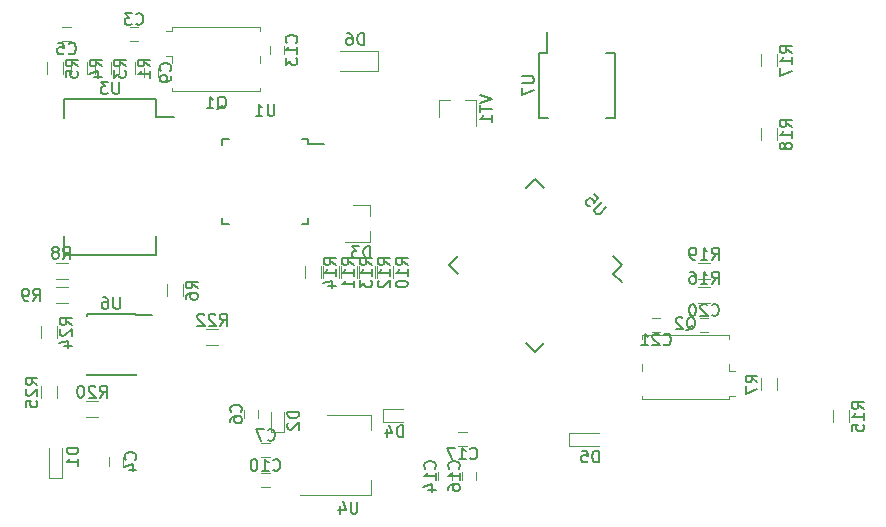
<source format=gbr>
G04 #@! TF.FileFunction,Legend,Bot*
%FSLAX46Y46*%
G04 Gerber Fmt 4.6, Leading zero omitted, Abs format (unit mm)*
G04 Created by KiCad (PCBNEW 4.0.7-e2-6376~58~ubuntu16.04.1) date Sat Oct 21 11:32:06 2017*
%MOMM*%
%LPD*%
G01*
G04 APERTURE LIST*
%ADD10C,0.100000*%
%ADD11C,0.150000*%
%ADD12C,0.120000*%
G04 APERTURE END LIST*
D10*
D11*
X161242555Y-101092000D02*
X160535448Y-101799107D01*
X153924000Y-93773445D02*
X153163860Y-94533585D01*
X146605445Y-101092000D02*
X147365585Y-100331860D01*
X153924000Y-108410555D02*
X154684140Y-107650415D01*
X161242555Y-101092000D02*
X160482415Y-100331860D01*
X153924000Y-108410555D02*
X153163860Y-107650415D01*
X146605445Y-101092000D02*
X147365585Y-101852140D01*
X153924000Y-93773445D02*
X154684140Y-94533585D01*
X160535448Y-101799107D02*
X161260233Y-102523891D01*
D12*
X140012000Y-113742000D02*
X140012000Y-115002000D01*
X140012000Y-120562000D02*
X140012000Y-119302000D01*
X136252000Y-113742000D02*
X140012000Y-113742000D01*
X134002000Y-120562000D02*
X140012000Y-120562000D01*
X120304000Y-80934000D02*
X119604000Y-80934000D01*
X119604000Y-82134000D02*
X120304000Y-82134000D01*
X119058000Y-118052000D02*
X119058000Y-117352000D01*
X117858000Y-117352000D02*
X117858000Y-118052000D01*
X113889000Y-82134000D02*
X114589000Y-82134000D01*
X114589000Y-80934000D02*
X113889000Y-80934000D01*
X129272000Y-113312000D02*
X129272000Y-114012000D01*
X130472000Y-114012000D02*
X130472000Y-113312000D01*
X131442000Y-116152000D02*
X130742000Y-116152000D01*
X130742000Y-117352000D02*
X131442000Y-117352000D01*
X131442000Y-118692000D02*
X130742000Y-118692000D01*
X130742000Y-119892000D02*
X131442000Y-119892000D01*
X145704000Y-118588000D02*
X145704000Y-119288000D01*
X146904000Y-119288000D02*
X146904000Y-118588000D01*
X147736000Y-118588000D02*
X147736000Y-119288000D01*
X148936000Y-119288000D02*
X148936000Y-118588000D01*
X147412000Y-116424000D02*
X148112000Y-116424000D01*
X148112000Y-115224000D02*
X147412000Y-115224000D01*
X168564000Y-105572000D02*
X167864000Y-105572000D01*
X167864000Y-106772000D02*
X168564000Y-106772000D01*
X163800000Y-106772000D02*
X164500000Y-106772000D01*
X164500000Y-105572000D02*
X163800000Y-105572000D01*
X113834000Y-119064000D02*
X112734000Y-119064000D01*
X113834000Y-119064000D02*
X113834000Y-116564000D01*
X112734000Y-119064000D02*
X112734000Y-116564000D01*
X131530000Y-115212000D02*
X131530000Y-113512000D01*
X132630000Y-115212000D02*
X131530000Y-115212000D01*
X132630000Y-113512000D02*
X132630000Y-115212000D01*
X139968000Y-95956000D02*
X139968000Y-96886000D01*
X139968000Y-99116000D02*
X139968000Y-98186000D01*
X139968000Y-99116000D02*
X137808000Y-99116000D01*
X139968000Y-95956000D02*
X138508000Y-95956000D01*
X141023000Y-113242000D02*
X142723000Y-113242000D01*
X141023000Y-114342000D02*
X141023000Y-113242000D01*
X142723000Y-114342000D02*
X141023000Y-114342000D01*
X156780000Y-116374000D02*
X156780000Y-115274000D01*
X156780000Y-116374000D02*
X159280000Y-116374000D01*
X156780000Y-115274000D02*
X159280000Y-115274000D01*
X140584000Y-82970000D02*
X140584000Y-84670000D01*
X140584000Y-84670000D02*
X137434000Y-84670000D01*
X140584000Y-82970000D02*
X137434000Y-82970000D01*
X118700000Y-83912000D02*
X118700000Y-84912000D01*
X120060000Y-84912000D02*
X120060000Y-83912000D01*
X116668000Y-83912000D02*
X116668000Y-84912000D01*
X118028000Y-84912000D02*
X118028000Y-83912000D01*
X114636000Y-83912000D02*
X114636000Y-84912000D01*
X115996000Y-84912000D02*
X115996000Y-83912000D01*
X112604000Y-83912000D02*
X112604000Y-84912000D01*
X113964000Y-84912000D02*
X113964000Y-83912000D01*
X122764000Y-102708000D02*
X122764000Y-103708000D01*
X124124000Y-103708000D02*
X124124000Y-102708000D01*
X174416000Y-111668000D02*
X174416000Y-110668000D01*
X173056000Y-110668000D02*
X173056000Y-111668000D01*
X113376000Y-104312000D02*
X114376000Y-104312000D01*
X114376000Y-102952000D02*
X113376000Y-102952000D01*
X114376000Y-100920000D02*
X113376000Y-100920000D01*
X113376000Y-102280000D02*
X114376000Y-102280000D01*
X140544000Y-101184000D02*
X140544000Y-102184000D01*
X141904000Y-102184000D02*
X141904000Y-101184000D01*
X135972000Y-101184000D02*
X135972000Y-102184000D01*
X137332000Y-102184000D02*
X137332000Y-101184000D01*
X139020000Y-101184000D02*
X139020000Y-102184000D01*
X140380000Y-102184000D02*
X140380000Y-101184000D01*
X137496000Y-101184000D02*
X137496000Y-102184000D01*
X138856000Y-102184000D02*
X138856000Y-101184000D01*
X134448000Y-101184000D02*
X134448000Y-102184000D01*
X135808000Y-102184000D02*
X135808000Y-101184000D01*
X179152000Y-113376000D02*
X179152000Y-114376000D01*
X180512000Y-114376000D02*
X180512000Y-113376000D01*
X167732000Y-104312000D02*
X168732000Y-104312000D01*
X168732000Y-102952000D02*
X167732000Y-102952000D01*
X173056000Y-83236000D02*
X173056000Y-84236000D01*
X174416000Y-84236000D02*
X174416000Y-83236000D01*
X173056000Y-89500000D02*
X173056000Y-90500000D01*
X174416000Y-90500000D02*
X174416000Y-89500000D01*
X167732000Y-102280000D02*
X168732000Y-102280000D01*
X168732000Y-100920000D02*
X167732000Y-100920000D01*
X115916000Y-113964000D02*
X116916000Y-113964000D01*
X116916000Y-112604000D02*
X115916000Y-112604000D01*
X126076000Y-107868000D02*
X127076000Y-107868000D01*
X127076000Y-106508000D02*
X126076000Y-106508000D01*
X112096000Y-106264000D02*
X112096000Y-107264000D01*
X113456000Y-107264000D02*
X113456000Y-106264000D01*
X113456000Y-112344000D02*
X113456000Y-111344000D01*
X112096000Y-111344000D02*
X112096000Y-112344000D01*
D11*
X121809000Y-87024000D02*
X121809000Y-88549000D01*
X114059000Y-87024000D02*
X114059000Y-88629000D01*
X114059000Y-100174000D02*
X114059000Y-98569000D01*
X121809000Y-100174000D02*
X121809000Y-98569000D01*
X121809000Y-87024000D02*
X114059000Y-87024000D01*
X121809000Y-100174000D02*
X114059000Y-100174000D01*
X121809000Y-88549000D02*
X123334000Y-88549000D01*
X120091000Y-105248000D02*
X120091000Y-105298000D01*
X115941000Y-105248000D02*
X115941000Y-105393000D01*
X115941000Y-110398000D02*
X115941000Y-110253000D01*
X120091000Y-110398000D02*
X120091000Y-110253000D01*
X120091000Y-105248000D02*
X115941000Y-105248000D01*
X120091000Y-110398000D02*
X115941000Y-110398000D01*
X120091000Y-105298000D02*
X121491000Y-105298000D01*
D12*
X145740000Y-87108000D02*
X146670000Y-87108000D01*
X148900000Y-87108000D02*
X147970000Y-87108000D01*
X148900000Y-87108000D02*
X148900000Y-89268000D01*
X145740000Y-87108000D02*
X145740000Y-88568000D01*
X122012000Y-85120000D02*
X122012000Y-84420000D01*
X120812000Y-84420000D02*
X120812000Y-85120000D01*
X132680000Y-83220000D02*
X132680000Y-82520000D01*
X131480000Y-82520000D02*
X131480000Y-83220000D01*
X123202000Y-86046000D02*
X123202000Y-86346000D01*
X123202000Y-86346000D02*
X130602000Y-86346000D01*
X130602000Y-86346000D02*
X130602000Y-86046000D01*
X122702000Y-81246000D02*
X123202000Y-81246000D01*
X123202000Y-81246000D02*
X123202000Y-80946000D01*
X123202000Y-80946000D02*
X130602000Y-80946000D01*
X130602000Y-80946000D02*
X130602000Y-81246000D01*
X122702000Y-83346000D02*
X123202000Y-83346000D01*
X123202000Y-83346000D02*
X123202000Y-83946000D01*
X130602000Y-83946000D02*
X130602000Y-83346000D01*
X170324000Y-107328000D02*
X170324000Y-107028000D01*
X170324000Y-107028000D02*
X162924000Y-107028000D01*
X162924000Y-107028000D02*
X162924000Y-107328000D01*
X170824000Y-112128000D02*
X170324000Y-112128000D01*
X170324000Y-112128000D02*
X170324000Y-112428000D01*
X170324000Y-112428000D02*
X162924000Y-112428000D01*
X162924000Y-112428000D02*
X162924000Y-112128000D01*
X170824000Y-110028000D02*
X170324000Y-110028000D01*
X170324000Y-110028000D02*
X170324000Y-109428000D01*
X162924000Y-109428000D02*
X162924000Y-110028000D01*
D11*
X154275000Y-83102000D02*
X154930000Y-83102000D01*
X154275000Y-88602000D02*
X155025000Y-88602000D01*
X160685000Y-88602000D02*
X159935000Y-88602000D01*
X160685000Y-83102000D02*
X159935000Y-83102000D01*
X154275000Y-83102000D02*
X154275000Y-88602000D01*
X160685000Y-83102000D02*
X160685000Y-88602000D01*
X154930000Y-83102000D02*
X154930000Y-81352000D01*
X134689000Y-90355000D02*
X134689000Y-90805000D01*
X127439000Y-90355000D02*
X127439000Y-90880000D01*
X127439000Y-97605000D02*
X127439000Y-97080000D01*
X134689000Y-97605000D02*
X134689000Y-97080000D01*
X134689000Y-90355000D02*
X134164000Y-90355000D01*
X134689000Y-97605000D02*
X134164000Y-97605000D01*
X127439000Y-97605000D02*
X127964000Y-97605000D01*
X127439000Y-90355000D02*
X127964000Y-90355000D01*
X134689000Y-90805000D02*
X136064000Y-90805000D01*
X159941142Y-96152354D02*
X159368722Y-96724774D01*
X159267707Y-96758446D01*
X159200364Y-96758446D01*
X159099349Y-96724774D01*
X158964661Y-96590086D01*
X158930989Y-96489071D01*
X158930989Y-96421728D01*
X158964661Y-96320713D01*
X159537081Y-95748293D01*
X158863646Y-95074858D02*
X159200364Y-95411576D01*
X158897318Y-95781964D01*
X158897318Y-95714621D01*
X158863647Y-95613606D01*
X158695287Y-95445247D01*
X158594272Y-95411575D01*
X158526929Y-95411575D01*
X158425913Y-95445247D01*
X158257554Y-95613606D01*
X158223883Y-95714621D01*
X158223883Y-95781964D01*
X158257554Y-95882980D01*
X158425914Y-96051339D01*
X158526929Y-96085011D01*
X158594272Y-96085011D01*
X138863905Y-121104381D02*
X138863905Y-121913905D01*
X138816286Y-122009143D01*
X138768667Y-122056762D01*
X138673429Y-122104381D01*
X138482952Y-122104381D01*
X138387714Y-122056762D01*
X138340095Y-122009143D01*
X138292476Y-121913905D01*
X138292476Y-121104381D01*
X137387714Y-121437714D02*
X137387714Y-122104381D01*
X137625810Y-121056762D02*
X137863905Y-121771048D01*
X137244857Y-121771048D01*
X120120666Y-80641143D02*
X120168285Y-80688762D01*
X120311142Y-80736381D01*
X120406380Y-80736381D01*
X120549238Y-80688762D01*
X120644476Y-80593524D01*
X120692095Y-80498286D01*
X120739714Y-80307810D01*
X120739714Y-80164952D01*
X120692095Y-79974476D01*
X120644476Y-79879238D01*
X120549238Y-79784000D01*
X120406380Y-79736381D01*
X120311142Y-79736381D01*
X120168285Y-79784000D01*
X120120666Y-79831619D01*
X119787333Y-79736381D02*
X119168285Y-79736381D01*
X119501619Y-80117333D01*
X119358761Y-80117333D01*
X119263523Y-80164952D01*
X119215904Y-80212571D01*
X119168285Y-80307810D01*
X119168285Y-80545905D01*
X119215904Y-80641143D01*
X119263523Y-80688762D01*
X119358761Y-80736381D01*
X119644476Y-80736381D01*
X119739714Y-80688762D01*
X119787333Y-80641143D01*
X120065143Y-117535334D02*
X120112762Y-117487715D01*
X120160381Y-117344858D01*
X120160381Y-117249620D01*
X120112762Y-117106762D01*
X120017524Y-117011524D01*
X119922286Y-116963905D01*
X119731810Y-116916286D01*
X119588952Y-116916286D01*
X119398476Y-116963905D01*
X119303238Y-117011524D01*
X119208000Y-117106762D01*
X119160381Y-117249620D01*
X119160381Y-117344858D01*
X119208000Y-117487715D01*
X119255619Y-117535334D01*
X119493714Y-118392477D02*
X120160381Y-118392477D01*
X119112762Y-118154381D02*
X119827048Y-117916286D01*
X119827048Y-118535334D01*
X114405666Y-83141143D02*
X114453285Y-83188762D01*
X114596142Y-83236381D01*
X114691380Y-83236381D01*
X114834238Y-83188762D01*
X114929476Y-83093524D01*
X114977095Y-82998286D01*
X115024714Y-82807810D01*
X115024714Y-82664952D01*
X114977095Y-82474476D01*
X114929476Y-82379238D01*
X114834238Y-82284000D01*
X114691380Y-82236381D01*
X114596142Y-82236381D01*
X114453285Y-82284000D01*
X114405666Y-82331619D01*
X113500904Y-82236381D02*
X113977095Y-82236381D01*
X114024714Y-82712571D01*
X113977095Y-82664952D01*
X113881857Y-82617333D01*
X113643761Y-82617333D01*
X113548523Y-82664952D01*
X113500904Y-82712571D01*
X113453285Y-82807810D01*
X113453285Y-83045905D01*
X113500904Y-83141143D01*
X113548523Y-83188762D01*
X113643761Y-83236381D01*
X113881857Y-83236381D01*
X113977095Y-83188762D01*
X114024714Y-83141143D01*
X128979143Y-113495334D02*
X129026762Y-113447715D01*
X129074381Y-113304858D01*
X129074381Y-113209620D01*
X129026762Y-113066762D01*
X128931524Y-112971524D01*
X128836286Y-112923905D01*
X128645810Y-112876286D01*
X128502952Y-112876286D01*
X128312476Y-112923905D01*
X128217238Y-112971524D01*
X128122000Y-113066762D01*
X128074381Y-113209620D01*
X128074381Y-113304858D01*
X128122000Y-113447715D01*
X128169619Y-113495334D01*
X128074381Y-114352477D02*
X128074381Y-114162000D01*
X128122000Y-114066762D01*
X128169619Y-114019143D01*
X128312476Y-113923905D01*
X128502952Y-113876286D01*
X128883905Y-113876286D01*
X128979143Y-113923905D01*
X129026762Y-113971524D01*
X129074381Y-114066762D01*
X129074381Y-114257239D01*
X129026762Y-114352477D01*
X128979143Y-114400096D01*
X128883905Y-114447715D01*
X128645810Y-114447715D01*
X128550571Y-114400096D01*
X128502952Y-114352477D01*
X128455333Y-114257239D01*
X128455333Y-114066762D01*
X128502952Y-113971524D01*
X128550571Y-113923905D01*
X128645810Y-113876286D01*
X131258666Y-115859143D02*
X131306285Y-115906762D01*
X131449142Y-115954381D01*
X131544380Y-115954381D01*
X131687238Y-115906762D01*
X131782476Y-115811524D01*
X131830095Y-115716286D01*
X131877714Y-115525810D01*
X131877714Y-115382952D01*
X131830095Y-115192476D01*
X131782476Y-115097238D01*
X131687238Y-115002000D01*
X131544380Y-114954381D01*
X131449142Y-114954381D01*
X131306285Y-115002000D01*
X131258666Y-115049619D01*
X130925333Y-114954381D02*
X130258666Y-114954381D01*
X130687238Y-115954381D01*
X131734857Y-118399143D02*
X131782476Y-118446762D01*
X131925333Y-118494381D01*
X132020571Y-118494381D01*
X132163429Y-118446762D01*
X132258667Y-118351524D01*
X132306286Y-118256286D01*
X132353905Y-118065810D01*
X132353905Y-117922952D01*
X132306286Y-117732476D01*
X132258667Y-117637238D01*
X132163429Y-117542000D01*
X132020571Y-117494381D01*
X131925333Y-117494381D01*
X131782476Y-117542000D01*
X131734857Y-117589619D01*
X130782476Y-118494381D02*
X131353905Y-118494381D01*
X131068191Y-118494381D02*
X131068191Y-117494381D01*
X131163429Y-117637238D01*
X131258667Y-117732476D01*
X131353905Y-117780095D01*
X130163429Y-117494381D02*
X130068190Y-117494381D01*
X129972952Y-117542000D01*
X129925333Y-117589619D01*
X129877714Y-117684857D01*
X129830095Y-117875333D01*
X129830095Y-118113429D01*
X129877714Y-118303905D01*
X129925333Y-118399143D01*
X129972952Y-118446762D01*
X130068190Y-118494381D01*
X130163429Y-118494381D01*
X130258667Y-118446762D01*
X130306286Y-118399143D01*
X130353905Y-118303905D01*
X130401524Y-118113429D01*
X130401524Y-117875333D01*
X130353905Y-117684857D01*
X130306286Y-117589619D01*
X130258667Y-117542000D01*
X130163429Y-117494381D01*
X145411143Y-118295143D02*
X145458762Y-118247524D01*
X145506381Y-118104667D01*
X145506381Y-118009429D01*
X145458762Y-117866571D01*
X145363524Y-117771333D01*
X145268286Y-117723714D01*
X145077810Y-117676095D01*
X144934952Y-117676095D01*
X144744476Y-117723714D01*
X144649238Y-117771333D01*
X144554000Y-117866571D01*
X144506381Y-118009429D01*
X144506381Y-118104667D01*
X144554000Y-118247524D01*
X144601619Y-118295143D01*
X145506381Y-119247524D02*
X145506381Y-118676095D01*
X145506381Y-118961809D02*
X144506381Y-118961809D01*
X144649238Y-118866571D01*
X144744476Y-118771333D01*
X144792095Y-118676095D01*
X144839714Y-120104667D02*
X145506381Y-120104667D01*
X144458762Y-119866571D02*
X145173048Y-119628476D01*
X145173048Y-120247524D01*
X147443143Y-118295143D02*
X147490762Y-118247524D01*
X147538381Y-118104667D01*
X147538381Y-118009429D01*
X147490762Y-117866571D01*
X147395524Y-117771333D01*
X147300286Y-117723714D01*
X147109810Y-117676095D01*
X146966952Y-117676095D01*
X146776476Y-117723714D01*
X146681238Y-117771333D01*
X146586000Y-117866571D01*
X146538381Y-118009429D01*
X146538381Y-118104667D01*
X146586000Y-118247524D01*
X146633619Y-118295143D01*
X147538381Y-119247524D02*
X147538381Y-118676095D01*
X147538381Y-118961809D02*
X146538381Y-118961809D01*
X146681238Y-118866571D01*
X146776476Y-118771333D01*
X146824095Y-118676095D01*
X146538381Y-120104667D02*
X146538381Y-119914190D01*
X146586000Y-119818952D01*
X146633619Y-119771333D01*
X146776476Y-119676095D01*
X146966952Y-119628476D01*
X147347905Y-119628476D01*
X147443143Y-119676095D01*
X147490762Y-119723714D01*
X147538381Y-119818952D01*
X147538381Y-120009429D01*
X147490762Y-120104667D01*
X147443143Y-120152286D01*
X147347905Y-120199905D01*
X147109810Y-120199905D01*
X147014571Y-120152286D01*
X146966952Y-120104667D01*
X146919333Y-120009429D01*
X146919333Y-119818952D01*
X146966952Y-119723714D01*
X147014571Y-119676095D01*
X147109810Y-119628476D01*
X148404857Y-117431143D02*
X148452476Y-117478762D01*
X148595333Y-117526381D01*
X148690571Y-117526381D01*
X148833429Y-117478762D01*
X148928667Y-117383524D01*
X148976286Y-117288286D01*
X149023905Y-117097810D01*
X149023905Y-116954952D01*
X148976286Y-116764476D01*
X148928667Y-116669238D01*
X148833429Y-116574000D01*
X148690571Y-116526381D01*
X148595333Y-116526381D01*
X148452476Y-116574000D01*
X148404857Y-116621619D01*
X147452476Y-117526381D02*
X148023905Y-117526381D01*
X147738191Y-117526381D02*
X147738191Y-116526381D01*
X147833429Y-116669238D01*
X147928667Y-116764476D01*
X148023905Y-116812095D01*
X147119143Y-116526381D02*
X146452476Y-116526381D01*
X146881048Y-117526381D01*
X168856857Y-105279143D02*
X168904476Y-105326762D01*
X169047333Y-105374381D01*
X169142571Y-105374381D01*
X169285429Y-105326762D01*
X169380667Y-105231524D01*
X169428286Y-105136286D01*
X169475905Y-104945810D01*
X169475905Y-104802952D01*
X169428286Y-104612476D01*
X169380667Y-104517238D01*
X169285429Y-104422000D01*
X169142571Y-104374381D01*
X169047333Y-104374381D01*
X168904476Y-104422000D01*
X168856857Y-104469619D01*
X168475905Y-104469619D02*
X168428286Y-104422000D01*
X168333048Y-104374381D01*
X168094952Y-104374381D01*
X167999714Y-104422000D01*
X167952095Y-104469619D01*
X167904476Y-104564857D01*
X167904476Y-104660095D01*
X167952095Y-104802952D01*
X168523524Y-105374381D01*
X167904476Y-105374381D01*
X167285429Y-104374381D02*
X167190190Y-104374381D01*
X167094952Y-104422000D01*
X167047333Y-104469619D01*
X166999714Y-104564857D01*
X166952095Y-104755333D01*
X166952095Y-104993429D01*
X166999714Y-105183905D01*
X167047333Y-105279143D01*
X167094952Y-105326762D01*
X167190190Y-105374381D01*
X167285429Y-105374381D01*
X167380667Y-105326762D01*
X167428286Y-105279143D01*
X167475905Y-105183905D01*
X167523524Y-104993429D01*
X167523524Y-104755333D01*
X167475905Y-104564857D01*
X167428286Y-104469619D01*
X167380667Y-104422000D01*
X167285429Y-104374381D01*
X164792857Y-107779143D02*
X164840476Y-107826762D01*
X164983333Y-107874381D01*
X165078571Y-107874381D01*
X165221429Y-107826762D01*
X165316667Y-107731524D01*
X165364286Y-107636286D01*
X165411905Y-107445810D01*
X165411905Y-107302952D01*
X165364286Y-107112476D01*
X165316667Y-107017238D01*
X165221429Y-106922000D01*
X165078571Y-106874381D01*
X164983333Y-106874381D01*
X164840476Y-106922000D01*
X164792857Y-106969619D01*
X164411905Y-106969619D02*
X164364286Y-106922000D01*
X164269048Y-106874381D01*
X164030952Y-106874381D01*
X163935714Y-106922000D01*
X163888095Y-106969619D01*
X163840476Y-107064857D01*
X163840476Y-107160095D01*
X163888095Y-107302952D01*
X164459524Y-107874381D01*
X163840476Y-107874381D01*
X162888095Y-107874381D02*
X163459524Y-107874381D01*
X163173810Y-107874381D02*
X163173810Y-106874381D01*
X163269048Y-107017238D01*
X163364286Y-107112476D01*
X163459524Y-107160095D01*
X115236381Y-116525905D02*
X114236381Y-116525905D01*
X114236381Y-116764000D01*
X114284000Y-116906858D01*
X114379238Y-117002096D01*
X114474476Y-117049715D01*
X114664952Y-117097334D01*
X114807810Y-117097334D01*
X114998286Y-117049715D01*
X115093524Y-117002096D01*
X115188762Y-116906858D01*
X115236381Y-116764000D01*
X115236381Y-116525905D01*
X115236381Y-118049715D02*
X115236381Y-117478286D01*
X115236381Y-117764000D02*
X114236381Y-117764000D01*
X114379238Y-117668762D01*
X114474476Y-117573524D01*
X114522095Y-117478286D01*
X133932381Y-113473905D02*
X132932381Y-113473905D01*
X132932381Y-113712000D01*
X132980000Y-113854858D01*
X133075238Y-113950096D01*
X133170476Y-113997715D01*
X133360952Y-114045334D01*
X133503810Y-114045334D01*
X133694286Y-113997715D01*
X133789524Y-113950096D01*
X133884762Y-113854858D01*
X133932381Y-113712000D01*
X133932381Y-113473905D01*
X133027619Y-114426286D02*
X132980000Y-114473905D01*
X132932381Y-114569143D01*
X132932381Y-114807239D01*
X132980000Y-114902477D01*
X133027619Y-114950096D01*
X133122857Y-114997715D01*
X133218095Y-114997715D01*
X133360952Y-114950096D01*
X133932381Y-114378667D01*
X133932381Y-114997715D01*
X139946095Y-100488381D02*
X139946095Y-99488381D01*
X139708000Y-99488381D01*
X139565142Y-99536000D01*
X139469904Y-99631238D01*
X139422285Y-99726476D01*
X139374666Y-99916952D01*
X139374666Y-100059810D01*
X139422285Y-100250286D01*
X139469904Y-100345524D01*
X139565142Y-100440762D01*
X139708000Y-100488381D01*
X139946095Y-100488381D01*
X139041333Y-99488381D02*
X138422285Y-99488381D01*
X138755619Y-99869333D01*
X138612761Y-99869333D01*
X138517523Y-99916952D01*
X138469904Y-99964571D01*
X138422285Y-100059810D01*
X138422285Y-100297905D01*
X138469904Y-100393143D01*
X138517523Y-100440762D01*
X138612761Y-100488381D01*
X138898476Y-100488381D01*
X138993714Y-100440762D01*
X139041333Y-100393143D01*
X142761095Y-115644381D02*
X142761095Y-114644381D01*
X142523000Y-114644381D01*
X142380142Y-114692000D01*
X142284904Y-114787238D01*
X142237285Y-114882476D01*
X142189666Y-115072952D01*
X142189666Y-115215810D01*
X142237285Y-115406286D01*
X142284904Y-115501524D01*
X142380142Y-115596762D01*
X142523000Y-115644381D01*
X142761095Y-115644381D01*
X141332523Y-114977714D02*
X141332523Y-115644381D01*
X141570619Y-114596762D02*
X141808714Y-115311048D01*
X141189666Y-115311048D01*
X159318095Y-117776381D02*
X159318095Y-116776381D01*
X159080000Y-116776381D01*
X158937142Y-116824000D01*
X158841904Y-116919238D01*
X158794285Y-117014476D01*
X158746666Y-117204952D01*
X158746666Y-117347810D01*
X158794285Y-117538286D01*
X158841904Y-117633524D01*
X158937142Y-117728762D01*
X159080000Y-117776381D01*
X159318095Y-117776381D01*
X157841904Y-116776381D02*
X158318095Y-116776381D01*
X158365714Y-117252571D01*
X158318095Y-117204952D01*
X158222857Y-117157333D01*
X157984761Y-117157333D01*
X157889523Y-117204952D01*
X157841904Y-117252571D01*
X157794285Y-117347810D01*
X157794285Y-117585905D01*
X157841904Y-117681143D01*
X157889523Y-117728762D01*
X157984761Y-117776381D01*
X158222857Y-117776381D01*
X158318095Y-117728762D01*
X158365714Y-117681143D01*
X139422095Y-82422381D02*
X139422095Y-81422381D01*
X139184000Y-81422381D01*
X139041142Y-81470000D01*
X138945904Y-81565238D01*
X138898285Y-81660476D01*
X138850666Y-81850952D01*
X138850666Y-81993810D01*
X138898285Y-82184286D01*
X138945904Y-82279524D01*
X139041142Y-82374762D01*
X139184000Y-82422381D01*
X139422095Y-82422381D01*
X137993523Y-81422381D02*
X138184000Y-81422381D01*
X138279238Y-81470000D01*
X138326857Y-81517619D01*
X138422095Y-81660476D01*
X138469714Y-81850952D01*
X138469714Y-82231905D01*
X138422095Y-82327143D01*
X138374476Y-82374762D01*
X138279238Y-82422381D01*
X138088761Y-82422381D01*
X137993523Y-82374762D01*
X137945904Y-82327143D01*
X137898285Y-82231905D01*
X137898285Y-81993810D01*
X137945904Y-81898571D01*
X137993523Y-81850952D01*
X138088761Y-81803333D01*
X138279238Y-81803333D01*
X138374476Y-81850952D01*
X138422095Y-81898571D01*
X138469714Y-81993810D01*
X121282381Y-84245334D02*
X120806190Y-83912000D01*
X121282381Y-83673905D02*
X120282381Y-83673905D01*
X120282381Y-84054858D01*
X120330000Y-84150096D01*
X120377619Y-84197715D01*
X120472857Y-84245334D01*
X120615714Y-84245334D01*
X120710952Y-84197715D01*
X120758571Y-84150096D01*
X120806190Y-84054858D01*
X120806190Y-83673905D01*
X121282381Y-85197715D02*
X121282381Y-84626286D01*
X121282381Y-84912000D02*
X120282381Y-84912000D01*
X120425238Y-84816762D01*
X120520476Y-84721524D01*
X120568095Y-84626286D01*
X119250381Y-84245334D02*
X118774190Y-83912000D01*
X119250381Y-83673905D02*
X118250381Y-83673905D01*
X118250381Y-84054858D01*
X118298000Y-84150096D01*
X118345619Y-84197715D01*
X118440857Y-84245334D01*
X118583714Y-84245334D01*
X118678952Y-84197715D01*
X118726571Y-84150096D01*
X118774190Y-84054858D01*
X118774190Y-83673905D01*
X118250381Y-84578667D02*
X118250381Y-85197715D01*
X118631333Y-84864381D01*
X118631333Y-85007239D01*
X118678952Y-85102477D01*
X118726571Y-85150096D01*
X118821810Y-85197715D01*
X119059905Y-85197715D01*
X119155143Y-85150096D01*
X119202762Y-85102477D01*
X119250381Y-85007239D01*
X119250381Y-84721524D01*
X119202762Y-84626286D01*
X119155143Y-84578667D01*
X117218381Y-84245334D02*
X116742190Y-83912000D01*
X117218381Y-83673905D02*
X116218381Y-83673905D01*
X116218381Y-84054858D01*
X116266000Y-84150096D01*
X116313619Y-84197715D01*
X116408857Y-84245334D01*
X116551714Y-84245334D01*
X116646952Y-84197715D01*
X116694571Y-84150096D01*
X116742190Y-84054858D01*
X116742190Y-83673905D01*
X116551714Y-85102477D02*
X117218381Y-85102477D01*
X116170762Y-84864381D02*
X116885048Y-84626286D01*
X116885048Y-85245334D01*
X115186381Y-84245334D02*
X114710190Y-83912000D01*
X115186381Y-83673905D02*
X114186381Y-83673905D01*
X114186381Y-84054858D01*
X114234000Y-84150096D01*
X114281619Y-84197715D01*
X114376857Y-84245334D01*
X114519714Y-84245334D01*
X114614952Y-84197715D01*
X114662571Y-84150096D01*
X114710190Y-84054858D01*
X114710190Y-83673905D01*
X114186381Y-85150096D02*
X114186381Y-84673905D01*
X114662571Y-84626286D01*
X114614952Y-84673905D01*
X114567333Y-84769143D01*
X114567333Y-85007239D01*
X114614952Y-85102477D01*
X114662571Y-85150096D01*
X114757810Y-85197715D01*
X114995905Y-85197715D01*
X115091143Y-85150096D01*
X115138762Y-85102477D01*
X115186381Y-85007239D01*
X115186381Y-84769143D01*
X115138762Y-84673905D01*
X115091143Y-84626286D01*
X125346381Y-103041334D02*
X124870190Y-102708000D01*
X125346381Y-102469905D02*
X124346381Y-102469905D01*
X124346381Y-102850858D01*
X124394000Y-102946096D01*
X124441619Y-102993715D01*
X124536857Y-103041334D01*
X124679714Y-103041334D01*
X124774952Y-102993715D01*
X124822571Y-102946096D01*
X124870190Y-102850858D01*
X124870190Y-102469905D01*
X124346381Y-103898477D02*
X124346381Y-103708000D01*
X124394000Y-103612762D01*
X124441619Y-103565143D01*
X124584476Y-103469905D01*
X124774952Y-103422286D01*
X125155905Y-103422286D01*
X125251143Y-103469905D01*
X125298762Y-103517524D01*
X125346381Y-103612762D01*
X125346381Y-103803239D01*
X125298762Y-103898477D01*
X125251143Y-103946096D01*
X125155905Y-103993715D01*
X124917810Y-103993715D01*
X124822571Y-103946096D01*
X124774952Y-103898477D01*
X124727333Y-103803239D01*
X124727333Y-103612762D01*
X124774952Y-103517524D01*
X124822571Y-103469905D01*
X124917810Y-103422286D01*
X172738381Y-111001334D02*
X172262190Y-110668000D01*
X172738381Y-110429905D02*
X171738381Y-110429905D01*
X171738381Y-110810858D01*
X171786000Y-110906096D01*
X171833619Y-110953715D01*
X171928857Y-111001334D01*
X172071714Y-111001334D01*
X172166952Y-110953715D01*
X172214571Y-110906096D01*
X172262190Y-110810858D01*
X172262190Y-110429905D01*
X171738381Y-111334667D02*
X171738381Y-112001334D01*
X172738381Y-111572762D01*
X113958666Y-100528381D02*
X114292000Y-100052190D01*
X114530095Y-100528381D02*
X114530095Y-99528381D01*
X114149142Y-99528381D01*
X114053904Y-99576000D01*
X114006285Y-99623619D01*
X113958666Y-99718857D01*
X113958666Y-99861714D01*
X114006285Y-99956952D01*
X114053904Y-100004571D01*
X114149142Y-100052190D01*
X114530095Y-100052190D01*
X113387238Y-99956952D02*
X113482476Y-99909333D01*
X113530095Y-99861714D01*
X113577714Y-99766476D01*
X113577714Y-99718857D01*
X113530095Y-99623619D01*
X113482476Y-99576000D01*
X113387238Y-99528381D01*
X113196761Y-99528381D01*
X113101523Y-99576000D01*
X113053904Y-99623619D01*
X113006285Y-99718857D01*
X113006285Y-99766476D01*
X113053904Y-99861714D01*
X113101523Y-99909333D01*
X113196761Y-99956952D01*
X113387238Y-99956952D01*
X113482476Y-100004571D01*
X113530095Y-100052190D01*
X113577714Y-100147429D01*
X113577714Y-100337905D01*
X113530095Y-100433143D01*
X113482476Y-100480762D01*
X113387238Y-100528381D01*
X113196761Y-100528381D01*
X113101523Y-100480762D01*
X113053904Y-100433143D01*
X113006285Y-100337905D01*
X113006285Y-100147429D01*
X113053904Y-100052190D01*
X113101523Y-100004571D01*
X113196761Y-99956952D01*
X111418666Y-104084381D02*
X111752000Y-103608190D01*
X111990095Y-104084381D02*
X111990095Y-103084381D01*
X111609142Y-103084381D01*
X111513904Y-103132000D01*
X111466285Y-103179619D01*
X111418666Y-103274857D01*
X111418666Y-103417714D01*
X111466285Y-103512952D01*
X111513904Y-103560571D01*
X111609142Y-103608190D01*
X111990095Y-103608190D01*
X110942476Y-104084381D02*
X110752000Y-104084381D01*
X110656761Y-104036762D01*
X110609142Y-103989143D01*
X110513904Y-103846286D01*
X110466285Y-103655810D01*
X110466285Y-103274857D01*
X110513904Y-103179619D01*
X110561523Y-103132000D01*
X110656761Y-103084381D01*
X110847238Y-103084381D01*
X110942476Y-103132000D01*
X110990095Y-103179619D01*
X111037714Y-103274857D01*
X111037714Y-103512952D01*
X110990095Y-103608190D01*
X110942476Y-103655810D01*
X110847238Y-103703429D01*
X110656761Y-103703429D01*
X110561523Y-103655810D01*
X110513904Y-103608190D01*
X110466285Y-103512952D01*
X143126381Y-101041143D02*
X142650190Y-100707809D01*
X143126381Y-100469714D02*
X142126381Y-100469714D01*
X142126381Y-100850667D01*
X142174000Y-100945905D01*
X142221619Y-100993524D01*
X142316857Y-101041143D01*
X142459714Y-101041143D01*
X142554952Y-100993524D01*
X142602571Y-100945905D01*
X142650190Y-100850667D01*
X142650190Y-100469714D01*
X143126381Y-101993524D02*
X143126381Y-101422095D01*
X143126381Y-101707809D02*
X142126381Y-101707809D01*
X142269238Y-101612571D01*
X142364476Y-101517333D01*
X142412095Y-101422095D01*
X142126381Y-102612571D02*
X142126381Y-102707810D01*
X142174000Y-102803048D01*
X142221619Y-102850667D01*
X142316857Y-102898286D01*
X142507333Y-102945905D01*
X142745429Y-102945905D01*
X142935905Y-102898286D01*
X143031143Y-102850667D01*
X143078762Y-102803048D01*
X143126381Y-102707810D01*
X143126381Y-102612571D01*
X143078762Y-102517333D01*
X143031143Y-102469714D01*
X142935905Y-102422095D01*
X142745429Y-102374476D01*
X142507333Y-102374476D01*
X142316857Y-102422095D01*
X142221619Y-102469714D01*
X142174000Y-102517333D01*
X142126381Y-102612571D01*
X138554381Y-101041143D02*
X138078190Y-100707809D01*
X138554381Y-100469714D02*
X137554381Y-100469714D01*
X137554381Y-100850667D01*
X137602000Y-100945905D01*
X137649619Y-100993524D01*
X137744857Y-101041143D01*
X137887714Y-101041143D01*
X137982952Y-100993524D01*
X138030571Y-100945905D01*
X138078190Y-100850667D01*
X138078190Y-100469714D01*
X138554381Y-101993524D02*
X138554381Y-101422095D01*
X138554381Y-101707809D02*
X137554381Y-101707809D01*
X137697238Y-101612571D01*
X137792476Y-101517333D01*
X137840095Y-101422095D01*
X138554381Y-102945905D02*
X138554381Y-102374476D01*
X138554381Y-102660190D02*
X137554381Y-102660190D01*
X137697238Y-102564952D01*
X137792476Y-102469714D01*
X137840095Y-102374476D01*
X141602381Y-101041143D02*
X141126190Y-100707809D01*
X141602381Y-100469714D02*
X140602381Y-100469714D01*
X140602381Y-100850667D01*
X140650000Y-100945905D01*
X140697619Y-100993524D01*
X140792857Y-101041143D01*
X140935714Y-101041143D01*
X141030952Y-100993524D01*
X141078571Y-100945905D01*
X141126190Y-100850667D01*
X141126190Y-100469714D01*
X141602381Y-101993524D02*
X141602381Y-101422095D01*
X141602381Y-101707809D02*
X140602381Y-101707809D01*
X140745238Y-101612571D01*
X140840476Y-101517333D01*
X140888095Y-101422095D01*
X140697619Y-102374476D02*
X140650000Y-102422095D01*
X140602381Y-102517333D01*
X140602381Y-102755429D01*
X140650000Y-102850667D01*
X140697619Y-102898286D01*
X140792857Y-102945905D01*
X140888095Y-102945905D01*
X141030952Y-102898286D01*
X141602381Y-102326857D01*
X141602381Y-102945905D01*
X140078381Y-101041143D02*
X139602190Y-100707809D01*
X140078381Y-100469714D02*
X139078381Y-100469714D01*
X139078381Y-100850667D01*
X139126000Y-100945905D01*
X139173619Y-100993524D01*
X139268857Y-101041143D01*
X139411714Y-101041143D01*
X139506952Y-100993524D01*
X139554571Y-100945905D01*
X139602190Y-100850667D01*
X139602190Y-100469714D01*
X140078381Y-101993524D02*
X140078381Y-101422095D01*
X140078381Y-101707809D02*
X139078381Y-101707809D01*
X139221238Y-101612571D01*
X139316476Y-101517333D01*
X139364095Y-101422095D01*
X139078381Y-102326857D02*
X139078381Y-102945905D01*
X139459333Y-102612571D01*
X139459333Y-102755429D01*
X139506952Y-102850667D01*
X139554571Y-102898286D01*
X139649810Y-102945905D01*
X139887905Y-102945905D01*
X139983143Y-102898286D01*
X140030762Y-102850667D01*
X140078381Y-102755429D01*
X140078381Y-102469714D01*
X140030762Y-102374476D01*
X139983143Y-102326857D01*
X137030381Y-101041143D02*
X136554190Y-100707809D01*
X137030381Y-100469714D02*
X136030381Y-100469714D01*
X136030381Y-100850667D01*
X136078000Y-100945905D01*
X136125619Y-100993524D01*
X136220857Y-101041143D01*
X136363714Y-101041143D01*
X136458952Y-100993524D01*
X136506571Y-100945905D01*
X136554190Y-100850667D01*
X136554190Y-100469714D01*
X137030381Y-101993524D02*
X137030381Y-101422095D01*
X137030381Y-101707809D02*
X136030381Y-101707809D01*
X136173238Y-101612571D01*
X136268476Y-101517333D01*
X136316095Y-101422095D01*
X136363714Y-102850667D02*
X137030381Y-102850667D01*
X135982762Y-102612571D02*
X136697048Y-102374476D01*
X136697048Y-102993524D01*
X181734381Y-113233143D02*
X181258190Y-112899809D01*
X181734381Y-112661714D02*
X180734381Y-112661714D01*
X180734381Y-113042667D01*
X180782000Y-113137905D01*
X180829619Y-113185524D01*
X180924857Y-113233143D01*
X181067714Y-113233143D01*
X181162952Y-113185524D01*
X181210571Y-113137905D01*
X181258190Y-113042667D01*
X181258190Y-112661714D01*
X181734381Y-114185524D02*
X181734381Y-113614095D01*
X181734381Y-113899809D02*
X180734381Y-113899809D01*
X180877238Y-113804571D01*
X180972476Y-113709333D01*
X181020095Y-113614095D01*
X180734381Y-115090286D02*
X180734381Y-114614095D01*
X181210571Y-114566476D01*
X181162952Y-114614095D01*
X181115333Y-114709333D01*
X181115333Y-114947429D01*
X181162952Y-115042667D01*
X181210571Y-115090286D01*
X181305810Y-115137905D01*
X181543905Y-115137905D01*
X181639143Y-115090286D01*
X181686762Y-115042667D01*
X181734381Y-114947429D01*
X181734381Y-114709333D01*
X181686762Y-114614095D01*
X181639143Y-114566476D01*
X168874857Y-102634381D02*
X169208191Y-102158190D01*
X169446286Y-102634381D02*
X169446286Y-101634381D01*
X169065333Y-101634381D01*
X168970095Y-101682000D01*
X168922476Y-101729619D01*
X168874857Y-101824857D01*
X168874857Y-101967714D01*
X168922476Y-102062952D01*
X168970095Y-102110571D01*
X169065333Y-102158190D01*
X169446286Y-102158190D01*
X167922476Y-102634381D02*
X168493905Y-102634381D01*
X168208191Y-102634381D02*
X168208191Y-101634381D01*
X168303429Y-101777238D01*
X168398667Y-101872476D01*
X168493905Y-101920095D01*
X167065333Y-101634381D02*
X167255810Y-101634381D01*
X167351048Y-101682000D01*
X167398667Y-101729619D01*
X167493905Y-101872476D01*
X167541524Y-102062952D01*
X167541524Y-102443905D01*
X167493905Y-102539143D01*
X167446286Y-102586762D01*
X167351048Y-102634381D01*
X167160571Y-102634381D01*
X167065333Y-102586762D01*
X167017714Y-102539143D01*
X166970095Y-102443905D01*
X166970095Y-102205810D01*
X167017714Y-102110571D01*
X167065333Y-102062952D01*
X167160571Y-102015333D01*
X167351048Y-102015333D01*
X167446286Y-102062952D01*
X167493905Y-102110571D01*
X167541524Y-102205810D01*
X175638381Y-83093143D02*
X175162190Y-82759809D01*
X175638381Y-82521714D02*
X174638381Y-82521714D01*
X174638381Y-82902667D01*
X174686000Y-82997905D01*
X174733619Y-83045524D01*
X174828857Y-83093143D01*
X174971714Y-83093143D01*
X175066952Y-83045524D01*
X175114571Y-82997905D01*
X175162190Y-82902667D01*
X175162190Y-82521714D01*
X175638381Y-84045524D02*
X175638381Y-83474095D01*
X175638381Y-83759809D02*
X174638381Y-83759809D01*
X174781238Y-83664571D01*
X174876476Y-83569333D01*
X174924095Y-83474095D01*
X174638381Y-84378857D02*
X174638381Y-85045524D01*
X175638381Y-84616952D01*
X175638381Y-89357143D02*
X175162190Y-89023809D01*
X175638381Y-88785714D02*
X174638381Y-88785714D01*
X174638381Y-89166667D01*
X174686000Y-89261905D01*
X174733619Y-89309524D01*
X174828857Y-89357143D01*
X174971714Y-89357143D01*
X175066952Y-89309524D01*
X175114571Y-89261905D01*
X175162190Y-89166667D01*
X175162190Y-88785714D01*
X175638381Y-90309524D02*
X175638381Y-89738095D01*
X175638381Y-90023809D02*
X174638381Y-90023809D01*
X174781238Y-89928571D01*
X174876476Y-89833333D01*
X174924095Y-89738095D01*
X175066952Y-90880952D02*
X175019333Y-90785714D01*
X174971714Y-90738095D01*
X174876476Y-90690476D01*
X174828857Y-90690476D01*
X174733619Y-90738095D01*
X174686000Y-90785714D01*
X174638381Y-90880952D01*
X174638381Y-91071429D01*
X174686000Y-91166667D01*
X174733619Y-91214286D01*
X174828857Y-91261905D01*
X174876476Y-91261905D01*
X174971714Y-91214286D01*
X175019333Y-91166667D01*
X175066952Y-91071429D01*
X175066952Y-90880952D01*
X175114571Y-90785714D01*
X175162190Y-90738095D01*
X175257429Y-90690476D01*
X175447905Y-90690476D01*
X175543143Y-90738095D01*
X175590762Y-90785714D01*
X175638381Y-90880952D01*
X175638381Y-91071429D01*
X175590762Y-91166667D01*
X175543143Y-91214286D01*
X175447905Y-91261905D01*
X175257429Y-91261905D01*
X175162190Y-91214286D01*
X175114571Y-91166667D01*
X175066952Y-91071429D01*
X168874857Y-100602381D02*
X169208191Y-100126190D01*
X169446286Y-100602381D02*
X169446286Y-99602381D01*
X169065333Y-99602381D01*
X168970095Y-99650000D01*
X168922476Y-99697619D01*
X168874857Y-99792857D01*
X168874857Y-99935714D01*
X168922476Y-100030952D01*
X168970095Y-100078571D01*
X169065333Y-100126190D01*
X169446286Y-100126190D01*
X167922476Y-100602381D02*
X168493905Y-100602381D01*
X168208191Y-100602381D02*
X168208191Y-99602381D01*
X168303429Y-99745238D01*
X168398667Y-99840476D01*
X168493905Y-99888095D01*
X167446286Y-100602381D02*
X167255810Y-100602381D01*
X167160571Y-100554762D01*
X167112952Y-100507143D01*
X167017714Y-100364286D01*
X166970095Y-100173810D01*
X166970095Y-99792857D01*
X167017714Y-99697619D01*
X167065333Y-99650000D01*
X167160571Y-99602381D01*
X167351048Y-99602381D01*
X167446286Y-99650000D01*
X167493905Y-99697619D01*
X167541524Y-99792857D01*
X167541524Y-100030952D01*
X167493905Y-100126190D01*
X167446286Y-100173810D01*
X167351048Y-100221429D01*
X167160571Y-100221429D01*
X167065333Y-100173810D01*
X167017714Y-100126190D01*
X166970095Y-100030952D01*
X117058857Y-112286381D02*
X117392191Y-111810190D01*
X117630286Y-112286381D02*
X117630286Y-111286381D01*
X117249333Y-111286381D01*
X117154095Y-111334000D01*
X117106476Y-111381619D01*
X117058857Y-111476857D01*
X117058857Y-111619714D01*
X117106476Y-111714952D01*
X117154095Y-111762571D01*
X117249333Y-111810190D01*
X117630286Y-111810190D01*
X116677905Y-111381619D02*
X116630286Y-111334000D01*
X116535048Y-111286381D01*
X116296952Y-111286381D01*
X116201714Y-111334000D01*
X116154095Y-111381619D01*
X116106476Y-111476857D01*
X116106476Y-111572095D01*
X116154095Y-111714952D01*
X116725524Y-112286381D01*
X116106476Y-112286381D01*
X115487429Y-111286381D02*
X115392190Y-111286381D01*
X115296952Y-111334000D01*
X115249333Y-111381619D01*
X115201714Y-111476857D01*
X115154095Y-111667333D01*
X115154095Y-111905429D01*
X115201714Y-112095905D01*
X115249333Y-112191143D01*
X115296952Y-112238762D01*
X115392190Y-112286381D01*
X115487429Y-112286381D01*
X115582667Y-112238762D01*
X115630286Y-112191143D01*
X115677905Y-112095905D01*
X115725524Y-111905429D01*
X115725524Y-111667333D01*
X115677905Y-111476857D01*
X115630286Y-111381619D01*
X115582667Y-111334000D01*
X115487429Y-111286381D01*
X127218857Y-106190381D02*
X127552191Y-105714190D01*
X127790286Y-106190381D02*
X127790286Y-105190381D01*
X127409333Y-105190381D01*
X127314095Y-105238000D01*
X127266476Y-105285619D01*
X127218857Y-105380857D01*
X127218857Y-105523714D01*
X127266476Y-105618952D01*
X127314095Y-105666571D01*
X127409333Y-105714190D01*
X127790286Y-105714190D01*
X126837905Y-105285619D02*
X126790286Y-105238000D01*
X126695048Y-105190381D01*
X126456952Y-105190381D01*
X126361714Y-105238000D01*
X126314095Y-105285619D01*
X126266476Y-105380857D01*
X126266476Y-105476095D01*
X126314095Y-105618952D01*
X126885524Y-106190381D01*
X126266476Y-106190381D01*
X125885524Y-105285619D02*
X125837905Y-105238000D01*
X125742667Y-105190381D01*
X125504571Y-105190381D01*
X125409333Y-105238000D01*
X125361714Y-105285619D01*
X125314095Y-105380857D01*
X125314095Y-105476095D01*
X125361714Y-105618952D01*
X125933143Y-106190381D01*
X125314095Y-106190381D01*
X114678381Y-106121143D02*
X114202190Y-105787809D01*
X114678381Y-105549714D02*
X113678381Y-105549714D01*
X113678381Y-105930667D01*
X113726000Y-106025905D01*
X113773619Y-106073524D01*
X113868857Y-106121143D01*
X114011714Y-106121143D01*
X114106952Y-106073524D01*
X114154571Y-106025905D01*
X114202190Y-105930667D01*
X114202190Y-105549714D01*
X113773619Y-106502095D02*
X113726000Y-106549714D01*
X113678381Y-106644952D01*
X113678381Y-106883048D01*
X113726000Y-106978286D01*
X113773619Y-107025905D01*
X113868857Y-107073524D01*
X113964095Y-107073524D01*
X114106952Y-107025905D01*
X114678381Y-106454476D01*
X114678381Y-107073524D01*
X114011714Y-107930667D02*
X114678381Y-107930667D01*
X113630762Y-107692571D02*
X114345048Y-107454476D01*
X114345048Y-108073524D01*
X111778381Y-111201143D02*
X111302190Y-110867809D01*
X111778381Y-110629714D02*
X110778381Y-110629714D01*
X110778381Y-111010667D01*
X110826000Y-111105905D01*
X110873619Y-111153524D01*
X110968857Y-111201143D01*
X111111714Y-111201143D01*
X111206952Y-111153524D01*
X111254571Y-111105905D01*
X111302190Y-111010667D01*
X111302190Y-110629714D01*
X110873619Y-111582095D02*
X110826000Y-111629714D01*
X110778381Y-111724952D01*
X110778381Y-111963048D01*
X110826000Y-112058286D01*
X110873619Y-112105905D01*
X110968857Y-112153524D01*
X111064095Y-112153524D01*
X111206952Y-112105905D01*
X111778381Y-111534476D01*
X111778381Y-112153524D01*
X110778381Y-113058286D02*
X110778381Y-112582095D01*
X111254571Y-112534476D01*
X111206952Y-112582095D01*
X111159333Y-112677333D01*
X111159333Y-112915429D01*
X111206952Y-113010667D01*
X111254571Y-113058286D01*
X111349810Y-113105905D01*
X111587905Y-113105905D01*
X111683143Y-113058286D01*
X111730762Y-113010667D01*
X111778381Y-112915429D01*
X111778381Y-112677333D01*
X111730762Y-112582095D01*
X111683143Y-112534476D01*
X118695905Y-85551381D02*
X118695905Y-86360905D01*
X118648286Y-86456143D01*
X118600667Y-86503762D01*
X118505429Y-86551381D01*
X118314952Y-86551381D01*
X118219714Y-86503762D01*
X118172095Y-86456143D01*
X118124476Y-86360905D01*
X118124476Y-85551381D01*
X117743524Y-85551381D02*
X117124476Y-85551381D01*
X117457810Y-85932333D01*
X117314952Y-85932333D01*
X117219714Y-85979952D01*
X117172095Y-86027571D01*
X117124476Y-86122810D01*
X117124476Y-86360905D01*
X117172095Y-86456143D01*
X117219714Y-86503762D01*
X117314952Y-86551381D01*
X117600667Y-86551381D01*
X117695905Y-86503762D01*
X117743524Y-86456143D01*
X118777905Y-103775381D02*
X118777905Y-104584905D01*
X118730286Y-104680143D01*
X118682667Y-104727762D01*
X118587429Y-104775381D01*
X118396952Y-104775381D01*
X118301714Y-104727762D01*
X118254095Y-104680143D01*
X118206476Y-104584905D01*
X118206476Y-103775381D01*
X117301714Y-103775381D02*
X117492191Y-103775381D01*
X117587429Y-103823000D01*
X117635048Y-103870619D01*
X117730286Y-104013476D01*
X117777905Y-104203952D01*
X117777905Y-104584905D01*
X117730286Y-104680143D01*
X117682667Y-104727762D01*
X117587429Y-104775381D01*
X117396952Y-104775381D01*
X117301714Y-104727762D01*
X117254095Y-104680143D01*
X117206476Y-104584905D01*
X117206476Y-104346810D01*
X117254095Y-104251571D01*
X117301714Y-104203952D01*
X117396952Y-104156333D01*
X117587429Y-104156333D01*
X117682667Y-104203952D01*
X117730286Y-104251571D01*
X117777905Y-104346810D01*
X149272381Y-86677524D02*
X150272381Y-87010857D01*
X149272381Y-87344191D01*
X149272381Y-87534667D02*
X149272381Y-88106096D01*
X150272381Y-87820381D02*
X149272381Y-87820381D01*
X150272381Y-88963239D02*
X150272381Y-88391810D01*
X150272381Y-88677524D02*
X149272381Y-88677524D01*
X149415238Y-88582286D01*
X149510476Y-88487048D01*
X149558095Y-88391810D01*
X123019143Y-84603334D02*
X123066762Y-84555715D01*
X123114381Y-84412858D01*
X123114381Y-84317620D01*
X123066762Y-84174762D01*
X122971524Y-84079524D01*
X122876286Y-84031905D01*
X122685810Y-83984286D01*
X122542952Y-83984286D01*
X122352476Y-84031905D01*
X122257238Y-84079524D01*
X122162000Y-84174762D01*
X122114381Y-84317620D01*
X122114381Y-84412858D01*
X122162000Y-84555715D01*
X122209619Y-84603334D01*
X123114381Y-85079524D02*
X123114381Y-85270000D01*
X123066762Y-85365239D01*
X123019143Y-85412858D01*
X122876286Y-85508096D01*
X122685810Y-85555715D01*
X122304857Y-85555715D01*
X122209619Y-85508096D01*
X122162000Y-85460477D01*
X122114381Y-85365239D01*
X122114381Y-85174762D01*
X122162000Y-85079524D01*
X122209619Y-85031905D01*
X122304857Y-84984286D01*
X122542952Y-84984286D01*
X122638190Y-85031905D01*
X122685810Y-85079524D01*
X122733429Y-85174762D01*
X122733429Y-85365239D01*
X122685810Y-85460477D01*
X122638190Y-85508096D01*
X122542952Y-85555715D01*
X133687143Y-82227143D02*
X133734762Y-82179524D01*
X133782381Y-82036667D01*
X133782381Y-81941429D01*
X133734762Y-81798571D01*
X133639524Y-81703333D01*
X133544286Y-81655714D01*
X133353810Y-81608095D01*
X133210952Y-81608095D01*
X133020476Y-81655714D01*
X132925238Y-81703333D01*
X132830000Y-81798571D01*
X132782381Y-81941429D01*
X132782381Y-82036667D01*
X132830000Y-82179524D01*
X132877619Y-82227143D01*
X133782381Y-83179524D02*
X133782381Y-82608095D01*
X133782381Y-82893809D02*
X132782381Y-82893809D01*
X132925238Y-82798571D01*
X133020476Y-82703333D01*
X133068095Y-82608095D01*
X132782381Y-83512857D02*
X132782381Y-84131905D01*
X133163333Y-83798571D01*
X133163333Y-83941429D01*
X133210952Y-84036667D01*
X133258571Y-84084286D01*
X133353810Y-84131905D01*
X133591905Y-84131905D01*
X133687143Y-84084286D01*
X133734762Y-84036667D01*
X133782381Y-83941429D01*
X133782381Y-83655714D01*
X133734762Y-83560476D01*
X133687143Y-83512857D01*
X126997238Y-87893619D02*
X127092476Y-87846000D01*
X127187714Y-87750762D01*
X127330571Y-87607905D01*
X127425810Y-87560286D01*
X127521048Y-87560286D01*
X127473429Y-87798381D02*
X127568667Y-87750762D01*
X127663905Y-87655524D01*
X127711524Y-87465048D01*
X127711524Y-87131714D01*
X127663905Y-86941238D01*
X127568667Y-86846000D01*
X127473429Y-86798381D01*
X127282952Y-86798381D01*
X127187714Y-86846000D01*
X127092476Y-86941238D01*
X127044857Y-87131714D01*
X127044857Y-87465048D01*
X127092476Y-87655524D01*
X127187714Y-87750762D01*
X127282952Y-87798381D01*
X127473429Y-87798381D01*
X126092476Y-87798381D02*
X126663905Y-87798381D01*
X126378191Y-87798381D02*
X126378191Y-86798381D01*
X126473429Y-86941238D01*
X126568667Y-87036476D01*
X126663905Y-87084095D01*
X166719238Y-106575619D02*
X166814476Y-106528000D01*
X166909714Y-106432762D01*
X167052571Y-106289905D01*
X167147810Y-106242286D01*
X167243048Y-106242286D01*
X167195429Y-106480381D02*
X167290667Y-106432762D01*
X167385905Y-106337524D01*
X167433524Y-106147048D01*
X167433524Y-105813714D01*
X167385905Y-105623238D01*
X167290667Y-105528000D01*
X167195429Y-105480381D01*
X167004952Y-105480381D01*
X166909714Y-105528000D01*
X166814476Y-105623238D01*
X166766857Y-105813714D01*
X166766857Y-106147048D01*
X166814476Y-106337524D01*
X166909714Y-106432762D01*
X167004952Y-106480381D01*
X167195429Y-106480381D01*
X166385905Y-105575619D02*
X166338286Y-105528000D01*
X166243048Y-105480381D01*
X166004952Y-105480381D01*
X165909714Y-105528000D01*
X165862095Y-105575619D01*
X165814476Y-105670857D01*
X165814476Y-105766095D01*
X165862095Y-105908952D01*
X166433524Y-106480381D01*
X165814476Y-106480381D01*
X152802381Y-85090095D02*
X153611905Y-85090095D01*
X153707143Y-85137714D01*
X153754762Y-85185333D01*
X153802381Y-85280571D01*
X153802381Y-85471048D01*
X153754762Y-85566286D01*
X153707143Y-85613905D01*
X153611905Y-85661524D01*
X152802381Y-85661524D01*
X152802381Y-86042476D02*
X152802381Y-86709143D01*
X153802381Y-86280571D01*
X131825905Y-87432381D02*
X131825905Y-88241905D01*
X131778286Y-88337143D01*
X131730667Y-88384762D01*
X131635429Y-88432381D01*
X131444952Y-88432381D01*
X131349714Y-88384762D01*
X131302095Y-88337143D01*
X131254476Y-88241905D01*
X131254476Y-87432381D01*
X130254476Y-88432381D02*
X130825905Y-88432381D01*
X130540191Y-88432381D02*
X130540191Y-87432381D01*
X130635429Y-87575238D01*
X130730667Y-87670476D01*
X130825905Y-87718095D01*
M02*

</source>
